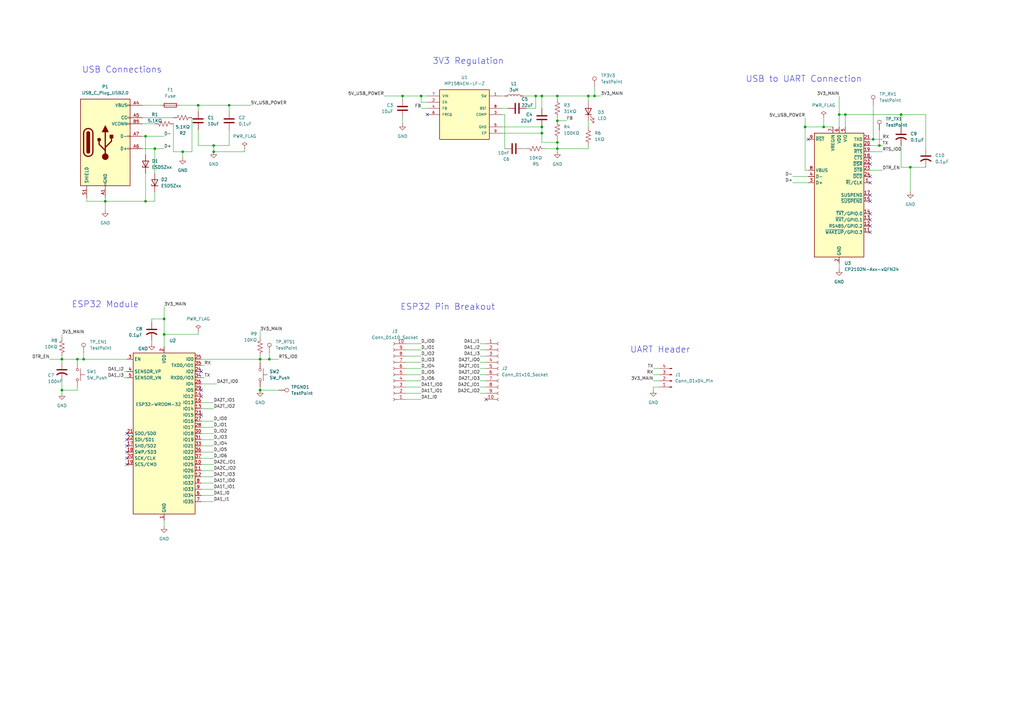
<source format=kicad_sch>
(kicad_sch (version 20250114) (generator "eeschema") (generator_version "9.0")
  (paper "A3")
  (lib_symbols
    (symbol "Connector:Conn_01x04_Pin" (pin_names (offset 1.016) (hide yes))
      (property "Reference" "J" (at 0 5.08 0))
      (property "Value" "Conn_01x04_Pin" (at 0 -7.62 0))
      (symbol "Conn_01x04_Pin_1_1"
        (rectangle (start 0.8636 2.667) (end 0 2.413) (stroke (width 0.1524)) (fill (type outline)))
        (rectangle (start 0.8636 0.127) (end 0 -0.127) (stroke (width 0.1524)) (fill (type outline)))
        (rectangle (start 0.8636 -2.413) (end 0 -2.667) (stroke (width 0.1524)) (fill (type outline)))
        (rectangle (start 0.8636 -4.953) (end 0 -5.207) (stroke (width 0.1524)) (fill (type outline)))
        (polyline (pts (xy 1.27 2.54) (xy 0.8636 2.54)) (stroke (width 0.1524)))
        (polyline (pts (xy 1.27 0) (xy 0.8636 0)) (stroke (width 0.1524)))
        (polyline (pts (xy 1.27 -2.54) (xy 0.8636 -2.54)) (stroke (width 0.1524)))
        (polyline (pts (xy 1.27 -5.08) (xy 0.8636 -5.08)) (stroke (width 0.1524)))
        (pin passive line (at 5.08 2.54 180) (length 3.81) (name "Pin_1") (number "1"))
        (pin passive line (at 5.08 0 180) (length 3.81) (name "Pin_2") (number "2"))
        (pin passive line (at 5.08 -2.54 180) (length 3.81) (name "Pin_3") (number "3"))
        (pin passive line (at 5.08 -5.08 180) (length 3.81) (name "Pin_4") (number "4"))
      )
    )
    (symbol "Connector:Conn_01x10_Socket" (pin_names (offset 1.016) (hide yes))
      (property "Reference" "J" (at 0 12.7 0))
      (property "Value" "Conn_01x10_Socket" (at 0 -15.24 0))
      (symbol "Conn_01x10_Socket_1_1"
        (polyline (pts (xy -1.27 10.16) (xy -0.508 10.16)) (stroke (width 0.1524)))
        (polyline (pts (xy -1.27 7.62) (xy -0.508 7.62)) (stroke (width 0.1524)))
        (polyline (pts (xy -1.27 5.08) (xy -0.508 5.08)) (stroke (width 0.1524)))
        (polyline (pts (xy -1.27 2.54) (xy -0.508 2.54)) (stroke (width 0.1524)))
        (polyline (pts (xy -1.27 0) (xy -0.508 0)) (stroke (width 0.1524)))
        (polyline (pts (xy -1.27 -2.54) (xy -0.508 -2.54)) (stroke (width 0.1524)))
        (polyline (pts (xy -1.27 -5.08) (xy -0.508 -5.08)) (stroke (width 0.1524)))
        (polyline (pts (xy -1.27 -7.62) (xy -0.508 -7.62)) (stroke (width 0.1524)))
        (polyline (pts (xy -1.27 -10.16) (xy -0.508 -10.16)) (stroke (width 0.1524)))
        (polyline (pts (xy -1.27 -12.7) (xy -0.508 -12.7)) (stroke (width 0.1524)))
        (arc (start 0 9.652) (mid -0.5058 10.16) (end 0 10.668) (stroke (width 0.1524)))
        (arc (start 0 7.112) (mid -0.5058 7.62) (end 0 8.128) (stroke (width 0.1524)))
        (arc (start 0 4.572) (mid -0.5058 5.08) (end 0 5.588) (stroke (width 0.1524)))
        (arc (start 0 2.032) (mid -0.5058 2.54) (end 0 3.048) (stroke (width 0.1524)))
        (arc (start 0 -0.508) (mid -0.5058 0) (end 0 0.508) (stroke (width 0.1524)))
        (arc (start 0 -3.048) (mid -0.5058 -2.54) (end 0 -2.032) (stroke (width 0.1524)))
        (arc (start 0 -5.588) (mid -0.5058 -5.08) (end 0 -4.572) (stroke (width 0.1524)))
        (arc (start 0 -8.128) (mid -0.5058 -7.62) (end 0 -7.112) (stroke (width 0.1524)))
        (arc (start 0 -10.668) (mid -0.5058 -10.16) (end 0 -9.652) (stroke (width 0.1524)))
        (arc (start 0 -13.208) (mid -0.5058 -12.7) (end 0 -12.192) (stroke (width 0.1524)))
        (pin passive line (at -5.08 10.16 0) (length 3.81) (name "Pin_1") (number "1"))
        (pin passive line (at -5.08 7.62 0) (length 3.81) (name "Pin_2") (number "2"))
        (pin passive line (at -5.08 5.08 0) (length 3.81) (name "Pin_3") (number "3"))
        (pin passive line (at -5.08 2.54 0) (length 3.81) (name "Pin_4") (number "4"))
        (pin passive line (at -5.08 0 0) (length 3.81) (name "Pin_5") (number "5"))
        (pin passive line (at -5.08 -2.54 0) (length 3.81) (name "Pin_6") (number "6"))
        (pin passive line (at -5.08 -5.08 0) (length 3.81) (name "Pin_7") (number "7"))
        (pin passive line (at -5.08 -7.62 0) (length 3.81) (name "Pin_8") (number "8"))
        (pin passive line (at -5.08 -10.16 0) (length 3.81) (name "Pin_9") (number "9"))
        (pin passive line (at -5.08 -12.7 0) (length 3.81) (name "Pin_10") (number "10"))
      )
    )
    (symbol "Connector:TestPoint" (pin_numbers (hide yes)) (pin_names (offset 0.762) (hide yes))
      (property "Reference" "TP" (at 0 6.858 0))
      (property "Value" "TestPoint" (at 0 5.08 0))
      (symbol "TestPoint_0_1"
        (circle (center 0 3.302) (radius 0.762))
      )
      (symbol "TestPoint_1_1"
        (pin passive line (at 0 0 90) (length 2.54) (name "1") (number "1"))
      )
    )
    (symbol "Connector:USB_C_Plug_USB2.0" (pin_names (offset 1.016))
      (property "Reference" "P" (at -10.16 19.05 0))
      (property "Value" "USB_C_Plug_USB2.0" (at 12.7 19.05 0))
      (symbol "USB_C_Plug_USB2.0_0_0"
        (rectangle (start -0.254 -17.78) (end 0.254 -16.764))
        (rectangle (start 10.16 15.494) (end 9.144 14.986))
        (rectangle (start 10.16 10.414) (end 9.144 9.906))
        (rectangle (start 10.16 7.874) (end 9.144 7.366))
        (rectangle (start 10.16 2.794) (end 9.144 2.286))
        (rectangle (start 10.16 -2.286) (end 9.144 -2.794))
      )
      (symbol "USB_C_Plug_USB2.0_0_1"
        (rectangle (start -10.16 17.78) (end 10.16 -17.78) (stroke (width 0.254)) (fill (type background)))
        (polyline (pts (xy -8.89 -3.81) (xy -8.89 3.81)) (stroke (width 0.508)))
        (rectangle (start -7.62 -3.81) (end -6.35 3.81) (stroke (width 0.254)) (fill (type outline)))
        (arc (start -7.62 3.81) (mid -6.985 4.4423) (end -6.35 3.81) (stroke (width 0.254)))
        (arc (start -7.62 3.81) (mid -6.985 4.4423) (end -6.35 3.81) (stroke (width 0.254)) (fill (type outline)))
        (arc (start -8.89 3.81) (mid -6.985 5.7067) (end -5.08 3.81) (stroke (width 0.508)))
        (arc (start -5.08 -3.81) (mid -6.985 -5.7067) (end -8.89 -3.81) (stroke (width 0.508)))
        (arc (start -6.35 -3.81) (mid -6.985 -4.4423) (end -7.62 -3.81) (stroke (width 0.254)))
        (arc (start -6.35 -3.81) (mid -6.985 -4.4423) (end -7.62 -3.81) (stroke (width 0.254)) (fill (type outline)))
        (polyline (pts (xy -5.08 3.81) (xy -5.08 -3.81)) (stroke (width 0.508)))
        (circle (center -2.54 1.143) (radius 0.635) (stroke (width 0.254)) (fill (type outline)))
        (polyline (pts (xy -1.27 4.318) (xy 0 6.858) (xy 1.27 4.318) (xy -1.27 4.318)) (stroke (width 0.254)) (fill (type outline)))
        (polyline (pts (xy 0 -2.032) (xy 2.54 0.508) (xy 2.54 1.778)) (stroke (width 0.508)))
        (polyline (pts (xy 0 -3.302) (xy -2.54 -0.762) (xy -2.54 0.508)) (stroke (width 0.508)))
        (polyline (pts (xy 0 -5.842) (xy 0 4.318)) (stroke (width 0.508)))
        (circle (center 0 -5.842) (radius 1.27) (fill (type outline)))
        (rectangle (start 1.905 1.778) (end 3.175 3.048) (stroke (width 0.254)) (fill (type outline)))
      )
      (symbol "USB_C_Plug_USB2.0_1_1"
        (pin passive line (at -7.62 -22.86 90) (length 5.08) (name "SHIELD") (number "S1"))
        (pin passive line (at 0 -22.86 90) (length 5.08) (name "GND") (number "A1"))
        (pin passive line (at 0 -22.86 90) (length 5.08) (hide yes) (name "GND") (number "A12"))
        (pin passive line (at 0 -22.86 90) (length 5.08) (hide yes) (name "GND") (number "B1"))
        (pin passive line (at 0 -22.86 90) (length 5.08) (hide yes) (name "GND") (number "B12"))
        (pin passive line (at 15.24 15.24 180) (length 5.08) (name "VBUS") (number "A4"))
        (pin passive line (at 15.24 15.24 180) (length 5.08) (hide yes) (name "VBUS") (number "A9"))
        (pin passive line (at 15.24 15.24 180) (length 5.08) (hide yes) (name "VBUS") (number "B4"))
        (pin passive line (at 15.24 15.24 180) (length 5.08) (hide yes) (name "VBUS") (number "B9"))
        (pin bidirectional line (at 15.24 10.16 180) (length 5.08) (name "CC") (number "A5"))
        (pin bidirectional line (at 15.24 7.62 180) (length 5.08) (name "VCONN") (number "B5"))
        (pin bidirectional line (at 15.24 2.54 180) (length 5.08) (name "D-") (number "A7"))
        (pin bidirectional line (at 15.24 -2.54 180) (length 5.08) (name "D+") (number "A6"))
      )
    )
    (symbol "Device:C" (pin_numbers (hide yes)) (pin_names (offset 0.254))
      (property "Reference" "C" (at 0.635 2.54 0))
      (property "Value" "C" (at 0.635 -2.54 0))
      (symbol "C_0_1"
        (polyline (pts (xy -2.032 0.762) (xy 2.032 0.762)) (stroke (width 0.508)))
        (polyline (pts (xy -2.032 -0.762) (xy 2.032 -0.762)) (stroke (width 0.508)))
      )
      (symbol "C_1_1"
        (pin passive line (at 0 3.81 270) (length 2.794) (name "~") (number "1"))
        (pin passive line (at 0 -3.81 90) (length 2.794) (name "~") (number "2"))
      )
    )
    (symbol "Device:C_US" (pin_numbers (hide yes)) (pin_names (offset 0.254) (hide yes))
      (property "Reference" "C" (at 0.635 2.54 0))
      (property "Value" "C_US" (at 0.635 -2.54 0))
      (symbol "C_US_0_1"
        (polyline (pts (xy -2.032 0.762) (xy 2.032 0.762)) (stroke (width 0.508)))
        (arc (start -2.032 -1.27) (mid 0 -0.5572) (end 2.032 -1.27) (stroke (width 0.508)))
      )
      (symbol "C_US_1_1"
        (pin passive line (at 0 3.81 270) (length 2.794) (name "~") (number "1"))
        (pin passive line (at 0 -3.81 90) (length 3.302) (name "~") (number "2"))
      )
    )
    (symbol "Device:Fuse" (pin_numbers (hide yes)) (pin_names (offset 0))
      (property "Reference" "F" (at 2.032 0 90))
      (property "Value" "Fuse" (at -1.905 0 90))
      (symbol "Fuse_0_1"
        (rectangle (start -0.762 -2.54) (end 0.762 2.54) (stroke (width 0.254)))
        (polyline (pts (xy 0 2.54) (xy 0 -2.54)))
      )
      (symbol "Fuse_1_1"
        (pin passive line (at 0 3.81 270) (length 1.27) (name "~") (number "1"))
        (pin passive line (at 0 -3.81 90) (length 1.27) (name "~") (number "2"))
      )
    )
    (symbol "Device:L" (pin_numbers (hide yes)) (pin_names (offset 1.016) (hide yes))
      (property "Reference" "L" (at -1.27 0 90))
      (property "Value" "L" (at 1.905 0 90))
      (symbol "L_0_1"
        (arc (start 0 2.54) (mid 0.6323 1.905) (end 0 1.27))
        (arc (start 0 1.27) (mid 0.6323 0.635) (end 0 0))
        (arc (start 0 0) (mid 0.6323 -0.635) (end 0 -1.27))
        (arc (start 0 -1.27) (mid 0.6323 -1.905) (end 0 -2.54))
      )
      (symbol "L_1_1"
        (pin passive line (at 0 3.81 270) (length 1.27) (name "1") (number "1"))
        (pin passive line (at 0 -3.81 90) (length 1.27) (name "2") (number "2"))
      )
    )
    (symbol "Device:LED" (pin_numbers (hide yes)) (pin_names (offset 1.016) (hide yes))
      (property "Reference" "D" (at 0 2.54 0))
      (property "Value" "LED" (at 0 -2.54 0))
      (symbol "LED_0_1"
        (polyline (pts (xy -3.048 -0.762) (xy -4.572 -2.286) (xy -3.81 -2.286) (xy -4.572 -2.286) (xy -4.572 -1.524)))
        (polyline (pts (xy -1.778 -0.762) (xy -3.302 -2.286) (xy -2.54 -2.286) (xy -3.302 -2.286) (xy -3.302 -1.524)))
        (polyline (pts (xy -1.27 0) (xy 1.27 0)))
        (polyline (pts (xy -1.27 -1.27) (xy -1.27 1.27)) (stroke (width 0.254)))
        (polyline (pts (xy 1.27 -1.27) (xy 1.27 1.27) (xy -1.27 0) (xy 1.27 -1.27)) (stroke (width 0.254)))
      )
      (symbol "LED_1_1"
        (pin passive line (at -3.81 0 0) (length 2.54) (name "K") (number "1"))
        (pin passive line (at 3.81 0 180) (length 2.54) (name "A") (number "2"))
      )
    )
    (symbol "Device:R_US" (pin_numbers (hide yes)) (pin_names (offset 0))
      (property "Reference" "R" (at 2.54 0 90))
      (property "Value" "R_US" (at -2.54 0 90))
      (symbol "R_US_0_1"
        (polyline (pts (xy 0 2.286) (xy 0 2.54)))
        (polyline (pts (xy 0 2.286) (xy 1.016 1.905) (xy 0 1.524) (xy -1.016 1.143) (xy 0 0.762)))
        (polyline (pts (xy 0 0.762) (xy 1.016 0.381) (xy 0 0) (xy -1.016 -0.381) (xy 0 -0.762)))
        (polyline (pts (xy 0 -0.762) (xy 1.016 -1.143) (xy 0 -1.524) (xy -1.016 -1.905) (xy 0 -2.286)))
        (polyline (pts (xy 0 -2.286) (xy 0 -2.54)))
      )
      (symbol "R_US_1_1"
        (pin passive line (at 0 3.81 270) (length 1.27) (name "~") (number "1"))
        (pin passive line (at 0 -3.81 90) (length 1.27) (name "~") (number "2"))
      )
    )
    (symbol "Diode:ESD5Zxx" (pin_numbers (hide yes)) (pin_names (hide yes))
      (property "Reference" "D" (at 0 2.54 0))
      (property "Value" "ESD5Zxx" (at 0 -2.54 0))
      (symbol "ESD5Zxx_0_1"
        (polyline (pts (xy -1.27 -1.27) (xy -1.27 1.27) (xy -0.762 1.27)) (stroke (width 0.254)))
        (polyline (pts (xy 1.27 0) (xy -1.27 0)))
        (polyline (pts (xy 1.27 -1.27) (xy 1.27 1.27) (xy -1.27 0) (xy 1.27 -1.27)) (stroke (width 0.254)))
      )
      (symbol "ESD5Zxx_1_1"
        (pin passive line (at -3.81 0 0) (length 2.54) (name "K") (number "1"))
        (pin passive line (at 3.81 0 180) (length 2.54) (name "A") (number "2"))
      )
    )
    (symbol "Interface_USB:CP2102N-Axx-xQFN24"
      (property "Reference" "U" (at -8.89 26.67 0))
      (property "Value" "CP2102N-Axx-xQFN24" (at 13.97 26.67 0))
      (symbol "CP2102N-Axx-xQFN24_0_1"
        (rectangle (start -10.16 25.4) (end 10.16 -25.4) (stroke (width 0.254)) (fill (type background)))
      )
      (symbol "CP2102N-Axx-xQFN24_1_1"
        (pin input line (at -12.7 22.86 0) (length 2.54) (name "~{RST}") (number "9"))
        (pin input line (at -12.7 10.16 0) (length 2.54) (name "VBUS") (number "8"))
        (pin bidirectional line (at -12.7 7.62 0) (length 2.54) (name "D-") (number "4"))
        (pin bidirectional line (at -12.7 5.08 0) (length 2.54) (name "D+") (number "3"))
        (pin no_connect line (at -10.16 -22.86 0) (length 2.54) (hide yes) (name "NC") (number "10"))
        (pin power_in line (at -2.54 27.94 270) (length 2.54) (name "VREGIN") (number "7"))
        (pin power_in line (at 0 27.94 270) (length 2.54) (name "VDD") (number "6"))
        (pin power_in line (at 0 -27.94 90) (length 2.54) (name "GND") (number "2"))
        (pin passive line (at 0 -27.94 90) (length 2.54) (hide yes) (name "GND") (number "25"))
        (pin power_in line (at 2.54 27.94 270) (length 2.54) (name "VIO") (number "5"))
        (pin no_connect line (at 10.16 -22.86 180) (length 2.54) (hide yes) (name "NC") (number "16"))
        (pin output line (at 12.7 22.86 180) (length 2.54) (name "TXD") (number "21"))
        (pin input line (at 12.7 20.32 180) (length 2.54) (name "RXD") (number "20"))
        (pin output line (at 12.7 17.78 180) (length 2.54) (name "~{RTS}") (number "19"))
        (pin input line (at 12.7 15.24 180) (length 2.54) (name "~{CTS}") (number "18"))
        (pin input line (at 12.7 12.7 180) (length 2.54) (name "~{DSR}") (number "22"))
        (pin output line (at 12.7 10.16 180) (length 2.54) (name "~{DTR}") (number "23"))
        (pin input line (at 12.7 7.62 180) (length 2.54) (name "~{DCD}") (number "24"))
        (pin bidirectional line (at 12.7 5.08 180) (length 2.54) (name "~{RI}/CLK") (number "1"))
        (pin output line (at 12.7 0 180) (length 2.54) (name "SUSPEND") (number "17"))
        (pin output line (at 12.7 -2.54 180) (length 2.54) (name "~{SUSPEND}") (number "15"))
        (pin bidirectional line (at 12.7 -7.62 180) (length 2.54) (name "~{TXT}/GPIO.0") (number "14"))
        (pin bidirectional line (at 12.7 -10.16 180) (length 2.54) (name "~{RXT}/GPIO.1") (number "13"))
        (pin bidirectional line (at 12.7 -12.7 180) (length 2.54) (name "RS485/GPIO.2") (number "12"))
        (pin bidirectional line (at 12.7 -15.24 180) (length 2.54) (name "~{WAKEUP}/GPIO.3") (number "11"))
      )
    )
    (symbol "MP1584EN_Buck_convertor:MP1584EN-LF-Z" (pin_names (offset 1.016))
      (property "Reference" "U" (at -10.1897 10.9615 0))
      (property "Value" "MP1584EN-LF-Z" (at -10.1903 -12.7436 0))
      (symbol "MP1584EN-LF-Z_0_0"
        (rectangle (start -10.16 -10.16) (end 10.16 10.16) (stroke (width 0.254)) (fill (type background)))
        (pin input line (at -15.24 7.62 0) (length 5.08) (name "VIN") (number "7"))
        (pin input line (at -15.24 5.08 0) (length 5.08) (name "EN") (number "2"))
        (pin input line (at -15.24 2.54 0) (length 5.08) (name "FB") (number "4"))
        (pin passive line (at -15.24 0 0) (length 5.08) (name "FREQ") (number "6"))
        (pin output line (at 15.24 7.62 180) (length 5.08) (name "SW") (number "1"))
        (pin passive line (at 15.24 2.54 180) (length 5.08) (name "BST") (number "8"))
        (pin passive line (at 15.24 0 180) (length 5.08) (name "COMP") (number "3"))
        (pin power_in line (at 15.24 -5.08 180) (length 5.08) (name "GND") (number "5"))
        (pin power_in line (at 15.24 -7.62 180) (length 5.08) (name "EP") (number "9"))
      )
    )
    (symbol "RF_Module:ESP32-WROOM-32"
      (property "Reference" "U" (at -12.7 34.29 0))
      (property "Value" "ESP32-WROOM-32" (at 1.27 34.29 0))
      (symbol "ESP32-WROOM-32_0_1"
        (rectangle (start -12.7 33.02) (end 12.7 -33.02) (stroke (width 0.254)) (fill (type background)))
      )
      (symbol "ESP32-WROOM-32_1_1"
        (pin input line (at -15.24 30.48 0) (length 2.54) (name "EN") (number "3"))
        (pin input line (at -15.24 25.4 0) (length 2.54) (name "SENSOR_VP") (number "4"))
        (pin input line (at -15.24 22.86 0) (length 2.54) (name "SENSOR_VN") (number "5"))
        (pin bidirectional line (at -15.24 0 0) (length 2.54) (name "SDO/SD0") (number "21"))
        (pin bidirectional line (at -15.24 -2.54 0) (length 2.54) (name "SDI/SD1") (number "22"))
        (pin bidirectional line (at -15.24 -5.08 0) (length 2.54) (name "SHD/SD2") (number "17"))
        (pin bidirectional line (at -15.24 -7.62 0) (length 2.54) (name "SWP/SD3") (number "18"))
        (pin bidirectional line (at -15.24 -10.16 0) (length 2.54) (name "SCK/CLK") (number "20"))
        (pin bidirectional line (at -15.24 -12.7 0) (length 2.54) (name "SCS/CMD") (number "19"))
        (pin no_connect line (at -12.7 -27.94 0) (length 2.54) (hide yes) (name "NC") (number "32"))
        (pin power_in line (at 0 35.56 270) (length 2.54) (name "VDD") (number "2"))
        (pin power_in line (at 0 -35.56 90) (length 2.54) (name "GND") (number "1"))
        (pin passive line (at 0 -35.56 90) (length 2.54) (hide yes) (name "GND") (number "15"))
        (pin passive line (at 0 -35.56 90) (length 2.54) (hide yes) (name "GND") (number "38"))
        (pin passive line (at 0 -35.56 90) (length 2.54) (hide yes) (name "GND") (number "39"))
        (pin bidirectional line (at 15.24 30.48 180) (length 2.54) (name "IO0") (number "25"))
        (pin bidirectional line (at 15.24 27.94 180) (length 2.54) (name "TXD0/IO1") (number "35"))
        (pin bidirectional line (at 15.24 25.4 180) (length 2.54) (name "IO2") (number "24"))
        (pin bidirectional line (at 15.24 22.86 180) (length 2.54) (name "RXD0/IO3") (number "34"))
        (pin bidirectional line (at 15.24 20.32 180) (length 2.54) (name "IO4") (number "26"))
        (pin bidirectional line (at 15.24 17.78 180) (length 2.54) (name "IO5") (number "29"))
        (pin bidirectional line (at 15.24 15.24 180) (length 2.54) (name "IO12") (number "14"))
        (pin bidirectional line (at 15.24 12.7 180) (length 2.54) (name "IO13") (number "16"))
        (pin bidirectional line (at 15.24 10.16 180) (length 2.54) (name "IO14") (number "13"))
        (pin bidirectional line (at 15.24 7.62 180) (length 2.54) (name "IO15") (number "23"))
        (pin bidirectional line (at 15.24 5.08 180) (length 2.54) (name "IO16") (number "27"))
        (pin bidirectional line (at 15.24 2.54 180) (length 2.54) (name "IO17") (number "28"))
        (pin bidirectional line (at 15.24 0 180) (length 2.54) (name "IO18") (number "30"))
        (pin bidirectional line (at 15.24 -2.54 180) (length 2.54) (name "IO19") (number "31"))
        (pin bidirectional line (at 15.24 -5.08 180) (length 2.54) (name "IO21") (number "33"))
        (pin bidirectional line (at 15.24 -7.62 180) (length 2.54) (name "IO22") (number "36"))
        (pin bidirectional line (at 15.24 -10.16 180) (length 2.54) (name "IO23") (number "37"))
        (pin bidirectional line (at 15.24 -12.7 180) (length 2.54) (name "IO25") (number "10"))
        (pin bidirectional line (at 15.24 -15.24 180) (length 2.54) (name "IO26") (number "11"))
        (pin bidirectional line (at 15.24 -17.78 180) (length 2.54) (name "IO27") (number "12"))
        (pin bidirectional line (at 15.24 -20.32 180) (length 2.54) (name "IO32") (number "8"))
        (pin bidirectional line (at 15.24 -22.86 180) (length 2.54) (name "IO33") (number "9"))
        (pin input line (at 15.24 -25.4 180) (length 2.54) (name "IO34") (number "6"))
        (pin input line (at 15.24 -27.94 180) (length 2.54) (name "IO35") (number "7"))
      )
    )
    (symbol "Switch:SW_Push" (pin_numbers (hide yes)) (pin_names (offset 1.016) (hide yes))
      (property "Reference" "SW" (at 1.27 2.54 0))
      (property "Value" "SW_Push" (at 0 -1.524 0))
      (symbol "SW_Push_0_1"
        (circle (center -2.032 0) (radius 0.508))
        (polyline (pts (xy 0 1.27) (xy 0 3.048)))
        (circle (center 2.032 0) (radius 0.508))
        (polyline (pts (xy 2.54 1.27) (xy -2.54 1.27)))
        (pin passive line (at -5.08 0 0) (length 2.54) (name "1") (number "1"))
        (pin passive line (at 5.08 0 180) (length 2.54) (name "2") (number "2"))
      )
    )
    (symbol "power:GND" (power) (pin_numbers (hide yes)) (pin_names (offset 0) (hide yes))
      (property "Value" "GND" (at 0 -3.81 0))
      (symbol "GND_0_1"
        (polyline (pts (xy 0 0) (xy 0 -1.27) (xy 1.27 -1.27) (xy 0 -2.54) (xy -1.27 -1.27) (xy 0 -1.27)))
      )
      (symbol "GND_1_1"
        (pin power_in line (at 0 0 270) (length 0) (name "~") (number "1"))
      )
    )
    (symbol "power:PWR_FLAG" (power) (pin_numbers (hide yes)) (pin_names (offset 0) (hide yes))
      (property "Value" "PWR_FLAG" (at 0 3.81 0))
      (symbol "PWR_FLAG_0_0"
        (pin power_out line (at 0 0 90) (length 0) (name "~") (number "1"))
      )
      (symbol "PWR_FLAG_0_1"
        (polyline (pts (xy 0 0) (xy 0 1.27) (xy -1.016 1.905) (xy 0 2.54) (xy 1.016 1.905) (xy 0 1.27)))
      )
    )
  )
  (text "ESP32 Module" (at 43.18 124.968 0) (effects (font (size 2.54 2.54))))
  (text "USB to UART Connection" (at 329.692 32.512 0) (effects (font (size 2.54 2.54))))
  (text "USB Connections" (at 50.038 28.702 0) (effects (font (size 2.54 2.54))))
  (text "ESP32 Pin Breakout" (at 183.642 125.984 0) (effects (font (size 2.54 2.54))))
  (text "UART Header\n" (at 270.764 143.51 0) (effects (font (size 2.54 2.54))))
  (text "3V3 Regulation\n" (at 192.024 25.146 0) (effects (font (size 2.54 2.54))))
  (junction (at 241.3 39.37))
  (junction (at 67.31 130.81))
  (junction (at 373.38 68.58))
  (junction (at 219.71 39.37))
  (junction (at 369.57 46.99))
  (junction (at 172.72 39.37))
  (junction (at 106.68 147.32))
  (junction (at 31.75 147.32))
  (junction (at 74.93 62.23))
  (junction (at 110.49 147.32))
  (junction (at 360.68 59.69))
  (junction (at 346.71 46.99))
  (junction (at 330.2 52.07))
  (junction (at 67.31 137.16))
  (junction (at 222.25 54.61))
  (junction (at 81.28 43.18))
  (junction (at 59.69 55.88))
  (junction (at 25.4 160.02))
  (junction (at 222.25 39.37))
  (junction (at 25.4 147.32))
  (junction (at 228.6 39.37))
  (junction (at 228.6 49.53))
  (junction (at 63.5 60.96))
  (junction (at 228.6 58.42))
  (junction (at 228.6 60.96))
  (junction (at 358.14 57.15))
  (junction (at 243.84 39.37))
  (junction (at 344.17 46.99))
  (junction (at 87.63 59.69))
  (junction (at 59.69 82.55))
  (junction (at 87.63 62.23))
  (junction (at 337.82 52.07))
  (junction (at 106.68 160.02))
  (junction (at 222.25 52.07))
  (junction (at 43.18 82.55))
  (junction (at 34.29 147.32))
  (junction (at 93.98 43.18))
  (junction (at 165.1 39.37))
  (no_connect (at 356.87 67.31))
  (no_connect (at 82.55 152.4))
  (no_connect (at 356.87 87.63))
  (no_connect (at 82.55 160.02))
  (no_connect (at 356.87 92.71))
  (no_connect (at 356.87 80.01))
  (no_connect (at 52.07 177.8))
  (no_connect (at 52.07 190.5))
  (no_connect (at 82.55 162.56))
  (no_connect (at 199.39 163.83))
  (no_connect (at 82.55 170.18))
  (no_connect (at 331.47 57.15))
  (no_connect (at 52.07 185.42))
  (no_connect (at 356.87 64.77))
  (no_connect (at 175.26 46.99))
  (no_connect (at 356.87 95.25))
  (no_connect (at 356.87 72.39))
  (no_connect (at 356.87 82.55))
  (no_connect (at 52.07 180.34))
  (no_connect (at 356.87 74.93))
  (no_connect (at 52.07 182.88))
  (no_connect (at 356.87 90.17))
  (no_connect (at 52.07 187.96))
  (wire (pts (xy 82.55 167.64) (xy 87.63 167.64)))
  (wire (pts (xy 74.93 62.23) (xy 71.12 62.23)))
  (wire (pts (xy 63.5 78.74) (xy 63.5 82.55)))
  (wire (pts (xy 81.28 137.16) (xy 67.31 137.16)))
  (wire (pts (xy 25.4 160.02) (xy 25.4 161.29)))
  (wire (pts (xy 360.68 59.69) (xy 361.95 59.69)))
  (wire (pts (xy 196.85 156.21) (xy 199.39 156.21)))
  (wire (pts (xy 241.3 60.96) (xy 228.6 60.96)))
  (wire (pts (xy 82.55 193.04) (xy 87.63 193.04)))
  (wire (pts (xy 207.01 46.99) (xy 205.74 46.99)))
  (wire (pts (xy 25.4 146.05) (xy 25.4 147.32)))
  (wire (pts (xy 267.97 153.67) (xy 270.51 153.67)))
  (wire (pts (xy 82.55 147.32) (xy 106.68 147.32)))
  (wire (pts (xy 166.37 156.21) (xy 172.72 156.21)))
  (wire (pts (xy 62.23 130.81) (xy 67.31 130.81)))
  (wire (pts (xy 82.55 198.12) (xy 87.63 198.12)))
  (wire (pts (xy 82.55 200.66) (xy 87.63 200.66)))
  (wire (pts (xy 166.37 140.97) (xy 172.72 140.97)))
  (wire (pts (xy 58.42 43.18) (xy 66.04 43.18)))
  (wire (pts (xy 59.69 71.12) (xy 59.69 82.55)))
  (wire (pts (xy 172.72 41.91) (xy 172.72 39.37)))
  (wire (pts (xy 172.72 39.37) (xy 175.26 39.37)))
  (wire (pts (xy 166.37 151.13) (xy 172.72 151.13)))
  (wire (pts (xy 58.42 60.96) (xy 63.5 60.96)))
  (wire (pts (xy 219.71 44.45) (xy 219.71 39.37)))
  (wire (pts (xy 369.57 68.58) (xy 373.38 68.58)))
  (wire (pts (xy 379.73 60.96) (xy 379.73 46.99)))
  (wire (pts (xy 31.75 160.02) (xy 25.4 160.02)))
  (wire (pts (xy 100.33 62.23) (xy 87.63 62.23)))
  (wire (pts (xy 67.31 137.16) (xy 67.31 142.24)))
  (wire (pts (xy 43.18 81.28) (xy 43.18 82.55)))
  (wire (pts (xy 25.4 156.21) (xy 25.4 160.02)))
  (wire (pts (xy 58.42 55.88) (xy 59.69 55.88)))
  (wire (pts (xy 223.52 60.96) (xy 228.6 60.96)))
  (wire (pts (xy 166.37 158.75) (xy 172.72 158.75)))
  (wire (pts (xy 82.55 182.88) (xy 87.63 182.88)))
  (wire (pts (xy 207.01 60.96) (xy 207.01 46.99)))
  (wire (pts (xy 196.85 148.59) (xy 199.39 148.59)))
  (wire (pts (xy 369.57 59.69) (xy 369.57 68.58)))
  (wire (pts (xy 50.8 152.4) (xy 52.07 152.4)))
  (wire (pts (xy 196.85 143.51) (xy 199.39 143.51)))
  (wire (pts (xy 67.31 125.73) (xy 67.31 130.81)))
  (wire (pts (xy 166.37 161.29) (xy 172.72 161.29)))
  (wire (pts (xy 34.29 147.32) (xy 52.07 147.32)))
  (wire (pts (xy 31.75 158.75) (xy 31.75 160.02)))
  (wire (pts (xy 356.87 59.69) (xy 360.68 59.69)))
  (wire (pts (xy 196.85 140.97) (xy 199.39 140.97)))
  (wire (pts (xy 166.37 146.05) (xy 172.72 146.05)))
  (wire (pts (xy 222.25 44.45) (xy 222.25 39.37)))
  (wire (pts (xy 63.5 82.55) (xy 59.69 82.55)))
  (wire (pts (xy 196.85 158.75) (xy 199.39 158.75)))
  (wire (pts (xy 228.6 39.37) (xy 228.6 40.64)))
  (wire (pts (xy 114.3 160.02) (xy 106.68 160.02)))
  (wire (pts (xy 267.97 156.21) (xy 270.51 156.21)))
  (wire (pts (xy 228.6 49.53) (xy 232.41 49.53)))
  (wire (pts (xy 373.38 68.58) (xy 373.38 78.74)))
  (wire (pts (xy 71.12 50.8) (xy 71.12 62.23)))
  (wire (pts (xy 82.55 165.1) (xy 87.63 165.1)))
  (wire (pts (xy 31.75 147.32) (xy 34.29 147.32)))
  (wire (pts (xy 81.28 43.18) (xy 81.28 45.72)))
  (wire (pts (xy 93.98 43.18) (xy 102.87 43.18)))
  (wire (pts (xy 196.85 153.67) (xy 199.39 153.67)))
  (wire (pts (xy 205.74 54.61) (xy 222.25 54.61)))
  (wire (pts (xy 106.68 146.05) (xy 106.68 147.32)))
  (wire (pts (xy 93.98 53.34) (xy 93.98 59.69)))
  (wire (pts (xy 241.3 59.69) (xy 241.3 60.96)))
  (wire (pts (xy 106.68 158.75) (xy 106.68 160.02)))
  (wire (pts (xy 50.8 154.94) (xy 52.07 154.94)))
  (wire (pts (xy 205.74 39.37) (xy 207.01 39.37)))
  (wire (pts (xy 166.37 163.83) (xy 172.72 163.83)))
  (wire (pts (xy 337.82 48.26) (xy 337.82 52.07)))
  (wire (pts (xy 100.33 60.96) (xy 100.33 62.23)))
  (wire (pts (xy 379.73 46.99) (xy 369.57 46.99)))
  (wire (pts (xy 82.55 157.48) (xy 88.9 157.48)))
  (wire (pts (xy 25.4 147.32) (xy 25.4 148.59)))
  (wire (pts (xy 267.97 158.75) (xy 267.97 160.02)))
  (wire (pts (xy 228.6 60.96) (xy 228.6 62.23)))
  (wire (pts (xy 228.6 39.37) (xy 241.3 39.37)))
  (wire (pts (xy 58.42 50.8) (xy 63.5 50.8)))
  (wire (pts (xy 110.49 144.78) (xy 110.49 147.32)))
  (wire (pts (xy 81.28 43.18) (xy 93.98 43.18)))
  (wire (pts (xy 106.68 135.89) (xy 106.68 138.43)))
  (wire (pts (xy 43.18 82.55) (xy 43.18 86.36)))
  (wire (pts (xy 82.55 195.58) (xy 87.63 195.58)))
  (wire (pts (xy 82.55 205.74) (xy 87.63 205.74)))
  (wire (pts (xy 59.69 55.88) (xy 67.31 55.88)))
  (wire (pts (xy 241.3 39.37) (xy 241.3 41.91)))
  (wire (pts (xy 222.25 58.42) (xy 228.6 58.42)))
  (wire (pts (xy 82.55 149.86) (xy 83.82 149.86)))
  (wire (pts (xy 219.71 39.37) (xy 222.25 39.37)))
  (wire (pts (xy 78.74 48.26) (xy 78.74 62.23)))
  (wire (pts (xy 93.98 43.18) (xy 93.98 45.72)))
  (wire (pts (xy 228.6 48.26) (xy 228.6 49.53)))
  (wire (pts (xy 241.3 39.37) (xy 243.84 39.37)))
  (wire (pts (xy 82.55 172.72) (xy 87.63 172.72)))
  (wire (pts (xy 358.14 57.15) (xy 361.95 57.15)))
  (wire (pts (xy 222.25 52.07) (xy 222.25 54.61)))
  (wire (pts (xy 356.87 69.85) (xy 361.95 69.85)))
  (wire (pts (xy 214.63 60.96) (xy 215.9 60.96)))
  (wire (pts (xy 82.55 190.5) (xy 87.63 190.5)))
  (wire (pts (xy 165.1 48.26) (xy 165.1 50.8)))
  (wire (pts (xy 241.3 49.53) (xy 241.3 52.07)))
  (wire (pts (xy 205.74 52.07) (xy 222.25 52.07)))
  (wire (pts (xy 82.55 185.42) (xy 87.63 185.42)))
  (wire (pts (xy 87.63 62.23) (xy 87.63 59.69)))
  (wire (pts (xy 59.69 55.88) (xy 59.69 63.5)))
  (wire (pts (xy 67.31 213.36) (xy 67.31 215.9)))
  (wire (pts (xy 205.74 44.45) (xy 208.28 44.45)))
  (wire (pts (xy 325.12 72.39) (xy 331.47 72.39)))
  (wire (pts (xy 82.55 187.96) (xy 87.63 187.96)))
  (wire (pts (xy 325.12 74.93) (xy 331.47 74.93)))
  (wire (pts (xy 74.93 62.23) (xy 74.93 64.77)))
  (wire (pts (xy 346.71 46.99) (xy 344.17 46.99)))
  (wire (pts (xy 228.6 58.42) (xy 228.6 60.96)))
  (wire (pts (xy 243.84 35.56) (xy 243.84 39.37)))
  (wire (pts (xy 214.63 39.37) (xy 219.71 39.37)))
  (wire (pts (xy 196.85 146.05) (xy 199.39 146.05)))
  (wire (pts (xy 166.37 148.59) (xy 172.72 148.59)))
  (wire (pts (xy 59.69 82.55) (xy 43.18 82.55)))
  (wire (pts (xy 82.55 177.8) (xy 87.63 177.8)))
  (wire (pts (xy 67.31 130.81) (xy 67.31 137.16)))
  (wire (pts (xy 172.72 44.45) (xy 175.26 44.45)))
  (wire (pts (xy 106.68 147.32) (xy 106.68 148.59)))
  (wire (pts (xy 175.26 41.91) (xy 172.72 41.91)))
  (wire (pts (xy 358.14 43.18) (xy 358.14 57.15)))
  (wire (pts (xy 63.5 60.96) (xy 63.5 71.12)))
  (wire (pts (xy 379.73 68.58) (xy 373.38 68.58)))
  (wire (pts (xy 344.17 107.95) (xy 344.17 110.49)))
  (wire (pts (xy 369.57 52.07) (xy 369.57 46.99)))
  (wire (pts (xy 20.32 147.32) (xy 25.4 147.32)))
  (wire (pts (xy 25.4 147.32) (xy 31.75 147.32)))
  (wire (pts (xy 330.2 48.26) (xy 330.2 52.07)))
  (wire (pts (xy 87.63 59.69) (xy 93.98 59.69)))
  (wire (pts (xy 34.29 144.78) (xy 34.29 147.32)))
  (wire (pts (xy 360.68 53.34) (xy 360.68 59.69)))
  (wire (pts (xy 81.28 59.69) (xy 87.63 59.69)))
  (wire (pts (xy 62.23 139.7) (xy 62.23 140.97)))
  (wire (pts (xy 337.82 52.07) (xy 341.63 52.07)))
  (wire (pts (xy 62.23 132.08) (xy 62.23 130.81)))
  (wire (pts (xy 82.55 180.34) (xy 87.63 180.34)))
  (wire (pts (xy 344.17 39.37) (xy 344.17 46.99)))
  (wire (pts (xy 270.51 158.75) (xy 267.97 158.75)))
  (wire (pts (xy 58.42 48.26) (xy 71.12 48.26)))
  (wire (pts (xy 82.55 203.2) (xy 87.63 203.2)))
  (wire (pts (xy 78.74 62.23) (xy 74.93 62.23)))
  (wire (pts (xy 196.85 161.29) (xy 199.39 161.29)))
  (wire (pts (xy 81.28 53.34) (xy 81.28 59.69)))
  (wire (pts (xy 165.1 40.64) (xy 165.1 39.37)))
  (wire (pts (xy 166.37 143.51) (xy 172.72 143.51)))
  (wire (pts (xy 330.2 52.07) (xy 330.2 69.85)))
  (wire (pts (xy 228.6 39.37) (xy 222.25 39.37)))
  (wire (pts (xy 25.4 137.16) (xy 25.4 138.43)))
  (wire (pts (xy 157.48 39.37) (xy 165.1 39.37)))
  (wire (pts (xy 346.71 46.99) (xy 346.71 52.07)))
  (wire (pts (xy 63.5 60.96) (xy 67.31 60.96)))
  (wire (pts (xy 73.66 43.18) (xy 81.28 43.18)))
  (wire (pts (xy 106.68 147.32) (xy 110.49 147.32)))
  (wire (pts (xy 344.17 46.99) (xy 344.17 52.07)))
  (wire (pts (xy 369.57 46.99) (xy 346.71 46.99)))
  (wire (pts (xy 81.28 135.89) (xy 81.28 137.16)))
  (wire (pts (xy 330.2 52.07) (xy 337.82 52.07)))
  (wire (pts (xy 267.97 151.13) (xy 270.51 151.13)))
  (wire (pts (xy 166.37 153.67) (xy 172.72 153.67)))
  (wire (pts (xy 82.55 154.94) (xy 83.82 154.94)))
  (wire (pts (xy 228.6 57.15) (xy 228.6 58.42)))
  (wire (pts (xy 35.56 81.28) (xy 35.56 82.55)))
  (wire (pts (xy 31.75 147.32) (xy 31.75 148.59)))
  (wire (pts (xy 330.2 69.85) (xy 331.47 69.85)))
  (wire (pts (xy 222.25 54.61) (xy 222.25 58.42)))
  (wire (pts (xy 215.9 44.45) (xy 219.71 44.45)))
  (wire (pts (xy 110.49 147.32) (xy 114.3 147.32)))
  (wire (pts (xy 356.87 62.23) (xy 361.95 62.23)))
  (wire (pts (xy 82.55 175.26) (xy 87.63 175.26)))
  (wire (pts (xy 35.56 82.55) (xy 43.18 82.55)))
  (wire (pts (xy 165.1 39.37) (xy 172.72 39.37)))
  (wire (pts (xy 196.85 151.13) (xy 199.39 151.13)))
  (wire (pts (xy 356.87 57.15) (xy 358.14 57.15)))
  (wire (pts (xy 243.84 39.37) (xy 246.38 39.37)))
  (label "DA1_I3" (at 50.8 154.94 180))
  (label "D_IO6" (at 172.72 156.21 0))
  (label "3V3_MAIN" (at 106.68 135.89 0))
  (label "TX" (at 267.97 151.13 180))
  (label "D_IO2" (at 172.72 146.05 0))
  (label "D_IO4" (at 87.63 182.88 0))
  (label "DA1_I2" (at 50.8 152.4 180))
  (label "3V3_MAIN" (at 67.31 125.73 0))
  (label "DTR_EN" (at 361.95 69.85 0))
  (label "DA2T_IO1" (at 87.63 165.1 0))
  (label "RX" (at 267.97 153.67 180))
  (label "DA2T_IO0" (at 196.85 148.59 180))
  (label "RTS_IO0" (at 361.95 62.23 0))
  (label "D-" (at 67.31 55.88 0))
  (label "D_IO4" (at 172.72 151.13 0))
  (label "5V_USB_POWER" (at 330.2 48.26 180))
  (label "3V3_MAIN" (at 246.38 39.37 0))
  (label "D_IO3" (at 87.63 180.34 0))
  (label "FB" (at 232.41 49.53 0))
  (label "3V3_MAIN" (at 344.17 39.37 180))
  (label "DA2C_IO1" (at 196.85 158.75 180))
  (label "5V_USB_POWER" (at 102.87 43.18 0))
  (label "DA1_I2" (at 196.85 143.51 180))
  (label "DA2C_IO1" (at 87.63 190.5 0))
  (label "D_IO2" (at 87.63 177.8 0))
  (label "DA2T_IO3" (at 87.63 195.58 0))
  (label "D_IO3" (at 172.72 148.59 0))
  (label "D+" (at 325.12 74.93 180))
  (label "DA2C_IO2" (at 196.85 161.29 180))
  (label "DA1T_IO0" (at 172.72 158.75 0))
  (label "RX" (at 361.95 57.15 0))
  (label "FB" (at 172.72 44.45 180))
  (label "DA2T_IO3" (at 196.85 156.21 180))
  (label "D_IO5" (at 87.63 185.42 0))
  (label "DA1_I0" (at 87.63 203.2 0))
  (label "DA2T_IO2" (at 196.85 153.67 180))
  (label "3V3_MAIN" (at 267.97 156.21 180))
  (label "DA2C_IO2" (at 87.63 193.04 0))
  (label "DA1_I3" (at 196.85 146.05 180))
  (label "D_IO5" (at 172.72 153.67 0))
  (label "DA1T_IO1" (at 87.63 200.66 0))
  (label "DA2T_IO1" (at 196.85 151.13 180))
  (label "D_IO1" (at 172.72 143.51 0))
  (label "TX" (at 361.95 59.69 0))
  (label "DA2T_IO0" (at 88.9 157.48 0))
  (label "DTR_EN" (at 20.32 147.32 180))
  (label "DA1T_IO0" (at 87.63 198.12 0))
  (label "DA1_I0" (at 172.72 163.83 0))
  (label "D_IO6" (at 87.63 187.96 0))
  (label "DA1T_IO1" (at 172.72 161.29 0))
  (label "RX" (at 83.82 149.86 0))
  (label "3V3_MAIN" (at 25.4 137.16 0))
  (label "DA1_I1" (at 196.85 140.97 180))
  (label "5V_USB_POWER" (at 157.48 39.37 180))
  (label "RTS_IO0" (at 114.3 147.32 0))
  (label "D_IO1" (at 87.63 175.26 0))
  (label "D_IO0" (at 87.63 172.72 0))
  (label "D+" (at 67.31 60.96 0))
  (label "D_IO0" (at 172.72 140.97 0))
  (label "DA1_I1" (at 87.63 205.74 0))
  (label "D-" (at 325.12 72.39 180))
  (label "DA2T_IO2" (at 87.63 167.64 0))
  (label "TX" (at 83.82 154.94 0))
  (symbol (lib_id "RF_Module:ESP32-WROOM-32") (at 67.31 177.8 0) (unit 1)
    (property "Reference" "U2" (at 69.4533 139.7 0) (effects (justify left)))
    (property "Value" "ESP32-WROOM-32" (at 55.626 165.862 0) (effects (justify left)))
    (property "Footprint" "RF_Module:ESP32-WROOM-32" (effects (hide yes)))
    (property "Datasheet" "https://www.espressif.com/sites/default/files/documentation/esp32-wroom-32_datasheet_en.pdf" (effects (hide yes)))
    (property "Description" "RF Module, ESP32-D0WDQ6 SoC, Wi-Fi 802.11b/g/n, Bluetooth, BLE, 32-bit, 2.7-3.6V, onboard antenna, SMD" (effects (hide yes)))
  )
  (symbol (lib_id "power:GND") (at 228.6 62.23 0) (unit 1)
    (property "Reference" "#PWR04" (effects (hide yes)))
    (property "Value" "GND" (at 228.6 67.31 0))
    (property "Description" "Power symbol creates a global label with name \"GND\" , ground" (effects (hide yes)))
  )
  (symbol (lib_id "power:GND") (at 106.68 160.02 0) (unit 1)
    (property "Reference" "#PWR09" (effects (hide yes)))
    (property "Value" "GND" (at 106.68 165.1 0))
    (property "Description" "Power symbol creates a global label with name \"GND\" , ground" (effects (hide yes)))
  )
  (symbol (lib_id "Connector:Conn_01x04_Pin") (at 275.59 156.21 180) (unit 1)
    (property "Reference" "J1" (at 276.86 153.6699 0) (effects (justify right)))
    (property "Value" "Conn_01x04_Pin" (at 276.86 156.2099 0) (effects (justify right)))
    (property "Footprint" "Connector_PinHeader_2.54mm:PinHeader_1x04_P2.54mm_Vertical" (effects (hide yes)))
    (property "Description" "Generic connector, single row, 01x04, script generated" (effects (hide yes)))
  )
  (symbol (lib_id "power:GND") (at 25.4 161.29 0) (unit 1)
    (property "Reference" "#PWR03" (effects (hide yes)))
    (property "Value" "GND" (at 25.4 166.37 0))
    (property "Description" "Power symbol creates a global label with name \"GND\" , ground" (effects (hide yes)))
  )
  (symbol (lib_id "Device:C_US") (at 25.4 152.4 0) (unit 1)
    (property "Reference" "C7" (at 19.558 153.924 0) (effects (justify left)))
    (property "Value" "100nF" (at 19.558 156.464 0) (effects (justify left)))
    (property "Footprint" "Capacitor_Tantalum_SMD:CP_EIA-1608-10_AVX-L" (effects (hide yes)))
    (property "Description" "capacitor, US symbol" (effects (hide yes)))
  )
  (symbol (lib_id "Device:C") (at 165.1 44.45 0) (mirror y) (unit 1)
    (property "Reference" "C3" (at 161.29 43.1799 0) (effects (justify left)))
    (property "Value" "10uF" (at 161.29 45.7199 0) (effects (justify left)))
    (property "Footprint" "Capacitor_Tantalum_SMD:CP_EIA-1608-10_AVX-L" (effects (hide yes)))
    (property "Description" "Unpolarized capacitor" (effects (hide yes)))
  )
  (symbol (lib_id "Connector:TestPoint") (at 114.3 160.02 270) (unit 1)
    (property "Reference" "TPGND1" (at 119.38 158.7499 90) (effects (justify left)))
    (property "Value" "TestPoint" (at 119.38 161.2899 90) (effects (justify left)))
    (property "Footprint" "TestPoint:TestPoint_Keystone_5000-5004_Miniature" (effects (hide yes)))
    (property "Description" "test point" (effects (hide yes)))
  )
  (symbol (lib_id "power:GND") (at 344.17 110.49 0) (unit 1)
    (property "Reference" "#PWR011" (effects (hide yes)))
    (property "Value" "GND" (at 344.17 115.57 0))
    (property "Description" "Power symbol creates a global label with name \"GND\" , ground" (effects (hide yes)))
  )
  (symbol (lib_id "Diode:ESD5Zxx") (at 59.69 67.31 90) (unit 1)
    (property "Reference" "D1" (at 62.23 66.0399 90) (effects (justify right)))
    (property "Value" "ESD5Zxx" (at 62.23 68.5799 90) (effects (justify right)))
    (property "Footprint" "Diode_SMD:D_SOD-523" (effects (hide yes)))
    (property "Datasheet" "https://www.onsemi.com/pdf/datasheet/esd5z2.5t1-d.pdf" (effects (hide yes)))
    (property "Description" "ESD Protection Diode, SOD-523" (effects (hide yes)))
  )
  (symbol (lib_id "Device:R_US") (at 228.6 44.45 0) (unit 1)
    (property "Reference" "R3" (at 231.14 43.1799 0) (effects (justify left)))
    (property "Value" "31KΩ" (at 231.14 45.7199 0) (effects (justify left)))
    (property "Footprint" "Resistor_SMD:R_0201_0603Metric" (effects (hide yes)))
    (property "Description" "Resistor, US symbol" (effects (hide yes)))
  )
  (symbol (lib_id "Switch:SW_Push") (at 106.68 153.67 270) (unit 1)
    (property "Reference" "SW2" (at 110.49 152.3999 90) (effects (justify left)))
    (property "Value" "SW_Push" (at 110.49 154.9399 90) (effects (justify left)))
    (property "Footprint" "Button_Switch_SMD:SW_Push_SPST_NO_Alps_SKRK" (effects (hide yes)))
    (property "Description" "Push button switch, generic, two pins" (effects (hide yes)))
  )
  (symbol (lib_id "Device:C_US") (at 379.73 64.77 0) (unit 1)
    (property "Reference" "C10" (at 383.54 63.7539 0) (effects (justify left)))
    (property "Value" "0.1µF" (at 383.54 66.2939 0) (effects (justify left)))
    (property "Footprint" "Capacitor_Tantalum_SMD:CP_EIA-1608-10_AVX-L" (effects (hide yes)))
    (property "Description" "capacitor, US symbol" (effects (hide yes)))
  )
  (symbol (lib_id "Device:LED") (at 241.3 45.72 90) (unit 1)
    (property "Reference" "D3" (at 245.11 46.0374 90) (effects (justify right)))
    (property "Value" "LED" (at 245.11 48.5774 90) (effects (justify right)))
    (property "Footprint" "LED_SMD:LED_0402_1005Metric" (effects (hide yes)))
    (property "Description" "Light emitting diode" (effects (hide yes)))
    (property "Sim.Pins" "1=K 2=A" (effects (hide yes)))
  )
  (symbol (lib_id "Device:R_US") (at 241.3 55.88 0) (unit 1)
    (property "Reference" "R6" (at 243.84 54.6099 0) (effects (justify left)))
    (property "Value" "1KΩ" (at 243.84 57.1499 0) (effects (justify left)))
    (property "Footprint" "Resistor_SMD:R_0201_0603Metric" (effects (hide yes)))
    (property "Description" "Resistor, US symbol" (effects (hide yes)))
  )
  (symbol (lib_id "Device:R_US") (at 25.4 142.24 0) (mirror y) (unit 1)
    (property "Reference" "R8" (at 23.622 139.7 0) (effects (justify left)))
    (property "Value" "10KΩ" (at 23.622 142.24 0) (effects (justify left)))
    (property "Footprint" "Resistor_SMD:R_0201_0603Metric" (effects (hide yes)))
    (property "Description" "Resistor, US symbol" (effects (hide yes)))
  )
  (symbol (lib_id "power:GND") (at 62.23 140.97 0) (mirror y) (unit 1)
    (property "Reference" "#PWR08" (effects (hide yes)))
    (property "Value" "GND" (at 58.674 143.002 0))
    (property "Description" "Power symbol creates a global label with name \"GND\" , ground" (effects (hide yes)))
  )
  (symbol (lib_id "Diode:ESD5Zxx") (at 63.5 74.93 90) (unit 1)
    (property "Reference" "D2" (at 66.04 73.6599 90) (effects (justify right)))
    (property "Value" "ESD5Zxx" (at 66.04 76.1999 90) (effects (justify right)))
    (property "Footprint" "Diode_SMD:D_SOD-523" (effects (hide yes)))
    (property "Datasheet" "https://www.onsemi.com/pdf/datasheet/esd5z2.5t1-d.pdf" (effects (hide yes)))
    (property "Description" "ESD Protection Diode, SOD-523" (effects (hide yes)))
  )
  (symbol (lib_id "Device:C_US") (at 369.57 55.88 0) (unit 1)
    (property "Reference" "C9" (at 373.38 54.8639 0) (effects (justify left)))
    (property "Value" "0.1µF" (at 373.38 57.4039 0) (effects (justify left)))
    (property "Footprint" "Capacitor_Tantalum_SMD:CP_EIA-1608-10_AVX-L" (effects (hide yes)))
    (property "Description" "capacitor, US symbol" (effects (hide yes)))
  )
  (symbol (lib_id "Interface_USB:CP2102N-Axx-xQFN24") (at 344.17 80.01 0) (unit 1)
    (property "Reference" "U3" (at 346.3133 107.95 0) (effects (justify left)))
    (property "Value" "CP2102N-Axx-xQFN24" (at 346.3133 110.49 0) (effects (justify left)))
    (property "Footprint" "Package_DFN_QFN:QFN-24-1EP_4x4mm_P0.5mm_EP2.6x2.6mm" (effects (hide yes)))
    (property "Datasheet" "https://www.silabs.com/documents/public/data-sheets/cp2102n-datasheet.pdf" (effects (hide yes)))
    (property "Description" "USB to UART master bridge, QFN-24" (effects (hide yes)))
  )
  (symbol (lib_id "Device:C") (at 210.82 60.96 90) (mirror x) (unit 1)
    (property "Reference" "C6" (at 209.042 65.278 90) (effects (justify left)))
    (property "Value" "10nF" (at 209.042 62.738 90) (effects (justify left)))
    (property "Footprint" "Capacitor_Tantalum_SMD:CP_EIA-1608-10_AVX-L" (effects (hide yes)))
    (property "Description" "Unpolarized capacitor" (effects (hide yes)))
  )
  (symbol (lib_id "Device:C") (at 212.09 44.45 270) (mirror x) (unit 1)
    (property "Reference" "C5" (at 213.868 40.64 90) (effects (justify left)))
    (property "Value" "22uF" (at 213.868 43.18 90) (effects (justify left)))
    (property "Footprint" "Capacitor_Tantalum_SMD:CP_EIA-1608-10_AVX-L" (effects (hide yes)))
    (property "Description" "Unpolarized capacitor" (effects (hide yes)))
  )
  (symbol (lib_id "Device:L") (at 210.82 39.37 90) (unit 1)
    (property "Reference" "L1" (at 210.82 34.29 90))
    (property "Value" "3uH" (at 210.82 36.83 90))
    (property "Footprint" "Inductor_SMD:L_Coilcraft_MSS1246H-XXX" (effects (hide yes)))
    (property "Description" "Inductor" (effects (hide yes)))
  )
  (symbol (lib_id "Connector:TestPoint") (at 243.84 35.56 0) (unit 1)
    (property "Reference" "TP3V3" (at 246.38 30.9879 0) (effects (justify left)))
    (property "Value" "TestPoint" (at 246.38 33.5279 0) (effects (justify left)))
    (property "Footprint" "TestPoint:TestPoint_Keystone_5000-5004_Miniature" (effects (hide yes)))
    (property "Description" "test point" (effects (hide yes)))
  )
  (symbol (lib_id "MP1584EN_Buck_convertor:MP1584EN-LF-Z") (at 190.5 46.99 0) (unit 1)
    (property "Reference" "U1" (at 190.5 31.75 0))
    (property "Value" "MP1584EN-LF-Z" (at 190.5 34.29 0))
    (property "Footprint" "MP1584EN_Buck_convertor:MP1584EN_Buck_convertor" (effects (hide yes)))
    (property "MF" "Monolithic Power Systems" (effects (hide yes)))
    (property "Description_1" "Buck Switching Regulator IC Positive Adjustable 0.8V 1 Output 3A 8-SOIC (0.154, 3.90mm Width) Exposed Pad" (effects (hide yes)))
    (property "PACKAGE" "SOIC-8" (effects (hide yes)))
    (property "PRICE" "2.72 USD" (effects (hide yes)))
    (property "Package" "SOIC-8 Monolithic Power Systems" (effects (hide yes)))
    (property "Check_prices" "https://www.snapeda.com/parts/MP1584ENLFZ/Monolithic+Power+Systems/view-part/?ref=eda" (effects (hide yes)))
    (property "STANDARD" "IPC-7351B" (effects (hide yes)))
    (property "SnapEDA_Link" "https://www.snapeda.com/parts/MP1584ENLFZ/Monolithic+Power+Systems/view-part/?ref=snap" (effects (hide yes)))
    (property "MP" "MP1584ENLFZ" (effects (hide yes)))
    (property "Availability" "In Stock" (effects (hide yes)))
    (property "Price" "None" (effects (hide yes)))
    (property "MANUFACTURER" "Monolithic Power Systems" (effects (hide yes)))
  )
  (symbol (lib_id "Device:C") (at 93.98 49.53 0) (unit 1)
    (property "Reference" "C2" (at 97.79 48.2599 0) (effects (justify left)))
    (property "Value" "0.1uF" (at 97.79 50.7999 0) (effects (justify left)))
    (property "Footprint" "Capacitor_Tantalum_SMD:CP_EIA-1608-10_AVX-L" (effects (hide yes)))
    (property "Description" "Unpolarized capacitor" (effects (hide yes)))
  )
  (symbol (lib_id "Connector:TestPoint") (at 358.14 43.18 0) (unit 1)
    (property "Reference" "TP_RX1" (at 360.68 38.6079 0) (effects (justify left)))
    (property "Value" "TestPoint" (at 360.68 41.1479 0) (effects (justify left)))
    (property "Footprint" "TestPoint:TestPoint_Keystone_5000-5004_Miniature" (effects (hide yes)))
    (property "Description" "test point" (effects (hide yes)))
  )
  (symbol (lib_id "Connector:TestPoint") (at 110.49 144.78 0) (unit 1)
    (property "Reference" "TP_RTS1" (at 113.03 140.2079 0) (effects (justify left)))
    (property "Value" "TestPoint" (at 113.03 142.7479 0) (effects (justify left)))
    (property "Footprint" "TestPoint:TestPoint_Keystone_5000-5004_Miniature" (effects (hide yes)))
    (property "Description" "test point" (effects (hide yes)))
  )
  (symbol (lib_id "Switch:SW_Push") (at 31.75 153.67 270) (unit 1)
    (property "Reference" "SW1" (at 35.56 152.3999 90) (effects (justify left)))
    (property "Value" "SW_Push" (at 35.56 154.9399 90) (effects (justify left)))
    (property "Footprint" "Button_Switch_SMD:SW_Push_SPST_NO_Alps_SKRK" (effects (hide yes)))
    (property "Description" "Push button switch, generic, two pins" (effects (hide yes)))
  )
  (symbol (lib_id "Connector:TestPoint") (at 360.68 53.34 0) (unit 1)
    (property "Reference" "TP_TX1" (at 363.22 48.7679 0) (effects (justify left)))
    (property "Value" "TestPoint" (at 363.22 51.3079 0) (effects (justify left)))
    (property "Footprint" "TestPoint:TestPoint_Keystone_5000-5004_Miniature" (effects (hide yes)))
    (property "Description" "test point" (effects (hide yes)))
  )
  (symbol (lib_id "Device:C_US") (at 62.23 135.89 0) (mirror y) (unit 1)
    (property "Reference" "C8" (at 58.42 134.8739 0) (effects (justify left)))
    (property "Value" "0.1µF" (at 58.42 137.4139 0) (effects (justify left)))
    (property "Footprint" "Capacitor_Tantalum_SMD:CP_EIA-1608-10_AVX-L" (effects (hide yes)))
    (property "Description" "capacitor, US symbol" (effects (hide yes)))
  )
  (symbol (lib_id "power:GND") (at 67.31 215.9 0) (unit 1)
    (property "Reference" "#PWR05" (effects (hide yes)))
    (property "Value" "GND" (at 67.31 220.98 0))
    (property "Description" "Power symbol creates a global label with name \"GND\" , ground" (effects (hide yes)))
  )
  (symbol (lib_id "power:GND") (at 74.93 64.77 0) (unit 1)
    (property "Reference" "#PWR07" (effects (hide yes)))
    (property "Value" "GND" (at 74.93 69.85 0))
    (property "Description" "Power symbol creates a global label with name \"GND\" , ground" (effects (hide yes)))
  )
  (symbol (lib_id "Connector:Conn_01x10_Socket") (at 204.47 151.13 0) (unit 1)
    (property "Reference" "J2" (at 205.74 151.1299 0) (effects (justify left)))
    (property "Value" "Conn_01x10_Socket" (at 205.74 153.6699 0) (effects (justify left)))
    (property "Footprint" "Connector_PinHeader_2.54mm:PinHeader_1x10_P2.54mm_Vertical" (effects (hide yes)))
    (property "Description" "Generic connector, single row, 01x10, script generated" (effects (hide yes)))
  )
  (symbol (lib_id "Device:C") (at 222.25 48.26 0) (mirror y) (unit 1)
    (property "Reference" "C4" (at 218.44 46.9899 0) (effects (justify left)))
    (property "Value" "22uF" (at 218.44 49.5299 0) (effects (justify left)))
    (property "Footprint" "Capacitor_Tantalum_SMD:CP_EIA-1608-10_AVX-L" (effects (hide yes)))
    (property "Description" "Unpolarized capacitor" (effects (hide yes)))
  )
  (symbol (lib_id "Device:R_US") (at 228.6 53.34 0) (unit 1)
    (property "Reference" "R4" (at 231.14 52.0699 0) (effects (justify left)))
    (property "Value" "100KΩ" (at 231.14 54.6099 0) (effects (justify left)))
    (property "Footprint" "Resistor_SMD:R_0201_0603Metric" (effects (hide yes)))
    (property "Description" "Resistor, US symbol" (effects (hide yes)))
  )
  (symbol (lib_id "power:GND") (at 267.97 160.02 0) (unit 1)
    (property "Reference" "#PWR010" (effects (hide yes)))
    (property "Value" "GND" (at 267.97 165.1 0))
    (property "Description" "Power symbol creates a global label with name \"GND\" , ground" (effects (hide yes)))
  )
  (symbol (lib_id "power:GND") (at 87.63 62.23 0) (unit 1)
    (property "Reference" "#PWR01" (effects (hide yes)))
    (property "Value" "GND" (at 87.63 67.31 0))
    (property "Description" "Power symbol creates a global label with name \"GND\" , ground" (effects (hide yes)))
  )
  (symbol (lib_id "Connector:USB_C_Plug_USB2.0") (at 43.18 58.42 0) (unit 1)
    (property "Reference" "P1" (at 43.18 35.56 0))
    (property "Value" "USB_C_Plug_USB2.0" (at 43.18 38.1 0))
    (property "Footprint" "Connector_USB:USB_C_Receptacle_GCT_USB4085" (effects (hide yes)))
    (property "Datasheet" "https://www.usb.org/sites/default/files/documents/usb_type-c.zip" (effects (hide yes)))
    (property "Description" "USB 2.0-only Type-C Plug connector" (effects (hide yes)))
  )
  (symbol (lib_id "Connector:TestPoint") (at 34.29 144.78 0) (unit 1)
    (property "Reference" "TP_EN1" (at 36.83 140.2079 0) (effects (justify left)))
    (property "Value" "TestPoint" (at 36.83 142.7479 0) (effects (justify left)))
    (property "Footprint" "TestPoint:TestPoint_Keystone_5000-5004_Miniature" (effects (hide yes)))
    (property "Description" "test point" (effects (hide yes)))
  )
  (symbol (lib_id "Device:R_US") (at 106.68 142.24 0) (mirror y) (unit 1)
    (property "Reference" "R9" (at 105.41 136.906 0) (effects (justify left)))
    (property "Value" "10KΩ" (at 105.41 139.446 0) (effects (justify left)))
    (property "Footprint" "Resistor_SMD:R_0201_0603Metric" (effects (hide yes)))
    (property "Description" "Resistor, US symbol" (effects (hide yes)))
  )
  (symbol (lib_id "Device:R_US") (at 219.71 60.96 90) (mirror x) (unit 1)
    (property "Reference" "R5" (at 219.71 67.31 90))
    (property "Value" "10KΩ" (at 219.71 64.77 90))
    (property "Footprint" "Resistor_SMD:R_0201_0603Metric" (effects (hide yes)))
    (property "Description" "Resistor, US symbol" (effects (hide yes)))
  )
  (symbol (lib_id "power:GND") (at 165.1 50.8 0) (unit 1)
    (property "Reference" "#PWR02" (effects (hide yes)))
    (property "Value" "GND" (at 165.1 55.88 0))
    (property "Description" "Power symbol creates a global label with name \"GND\" , ground" (effects (hide yes)))
  )
  (symbol (lib_id "power:GND") (at 373.38 78.74 0) (unit 1)
    (property "Reference" "#PWR012" (effects (hide yes)))
    (property "Value" "GND" (at 373.38 83.82 0))
    (property "Description" "Power symbol creates a global label with name \"GND\" , ground" (effects (hide yes)))
  )
  (symbol (lib_id "power:PWR_FLAG") (at 337.82 48.26 0) (unit 1)
    (property "Reference" "#FLG03" (effects (hide yes)))
    (property "Value" "PWR_FLAG" (at 337.82 43.18 0))
    (property "Description" "Special symbol for telling ERC where power comes from" (effects (hide yes)))
  )
  (symbol (lib_id "power:PWR_FLAG") (at 81.28 135.89 0) (unit 1)
    (property "Reference" "#FLG01" (effects (hide yes)))
    (property "Value" "PWR_FLAG" (at 81.28 130.81 0))
    (property "Description" "Special symbol for telling ERC where power comes from" (effects (hide yes)))
  )
  (symbol (lib_id "Device:R_US") (at 74.93 48.26 90) (unit 1)
    (property "Reference" "R2" (at 74.93 54.61 90))
    (property "Value" "5.1KΩ" (at 74.93 52.07 90))
    (property "Footprint" "Resistor_SMD:R_0201_0603Metric" (effects (hide yes)))
    (property "Description" "Resistor, US symbol" (effects (hide yes)))
  )
  (symbol (lib_id "Device:R_US") (at 67.31 50.8 90) (mirror x) (unit 1)
    (property "Reference" "R1" (at 63.5 46.99 90))
    (property "Value" "5.1KΩ" (at 63.5 49.53 90))
    (property "Footprint" "Resistor_SMD:R_0201_0603Metric" (effects (hide yes)))
    (property "Description" "Resistor, US symbol" (effects (hide yes)))
  )
  (symbol (lib_id "Connector:Conn_01x10_Socket") (at 161.29 153.67 180) (unit 1)
    (property "Reference" "J3" (at 161.925 135.89 0))
    (property "Value" "Conn_01x10_Socket" (at 161.925 138.43 0))
    (property "Footprint" "Connector_PinHeader_2.54mm:PinHeader_1x10_P2.54mm_Vertical" (effects (hide yes)))
    (property "Description" "Generic connector, single row, 01x10, script generated" (effects (hide yes)))
  )
  (symbol (lib_id "power:GND") (at 43.18 86.36 0) (unit 1)
    (property "Reference" "#PWR06" (effects (hide yes)))
    (property "Value" "GND" (at 43.18 91.44 0))
    (property "Description" "Power symbol creates a global label with name \"GND\" , ground" (effects (hide yes)))
  )
  (symbol (lib_id "power:PWR_FLAG") (at 100.33 60.96 0) (unit 1)
    (property "Reference" "#FLG02" (effects (hide yes)))
    (property "Value" "PWR_FLAG" (at 100.33 55.88 0))
    (property "Description" "Special symbol for telling ERC where power comes from" (effects (hide yes)))
  )
  (symbol (lib_id "Device:Fuse") (at 69.85 43.18 90) (unit 1)
    (property "Reference" "F1" (at 69.85 36.83 90))
    (property "Value" "Fuse" (at 69.85 39.37 90))
    (property "Footprint" "Fuse:Fuse_BelFuse_0ZRE0025FF_L9.6mm_W3.8mm" (effects (hide yes)))
    (property "Description" "Fuse" (effects (hide yes)))
  )
  (symbol (lib_id "Device:C") (at 81.28 49.53 0) (unit 1)
    (property "Reference" "C1" (at 85.09 48.2599 0) (effects (justify left)))
    (property "Value" "10uF" (at 85.09 50.7999 0) (effects (justify left)))
    (property "Footprint" "Capacitor_Tantalum_SMD:CP_EIA-1608-10_AVX-L" (effects (hide yes)))
    (property "Description" "Unpolarized capacitor" (effects (hide yes)))
  )
)
</source>
